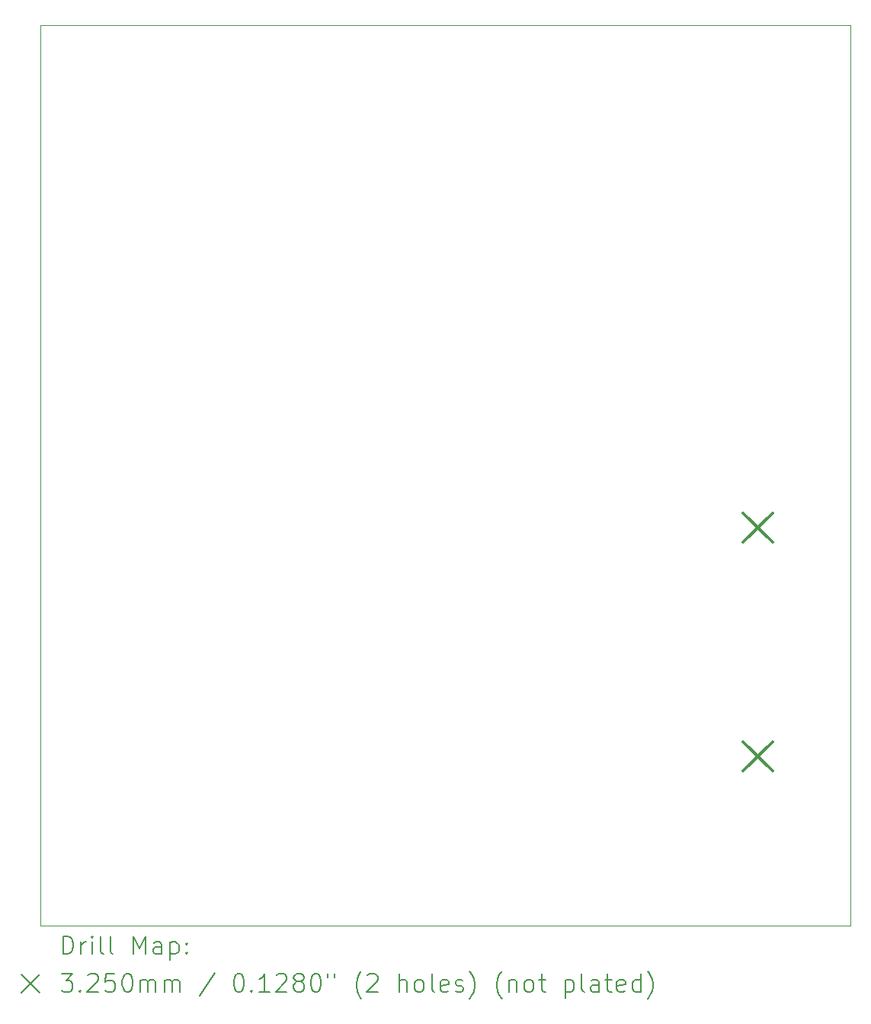
<source format=gbr>
%TF.GenerationSoftware,KiCad,Pcbnew,8.0.5*%
%TF.CreationDate,2024-09-14T01:32:43-04:00*%
%TF.ProjectId,LCC_Booster,4c43435f-426f-46f7-9374-65722e6b6963,4*%
%TF.SameCoordinates,Original*%
%TF.FileFunction,Drillmap*%
%TF.FilePolarity,Positive*%
%FSLAX45Y45*%
G04 Gerber Fmt 4.5, Leading zero omitted, Abs format (unit mm)*
G04 Created by KiCad (PCBNEW 8.0.5) date 2024-09-14 01:32:43*
%MOMM*%
%LPD*%
G01*
G04 APERTURE LIST*
%ADD10C,0.100000*%
%ADD11C,0.200000*%
%ADD12C,0.325000*%
G04 APERTURE END LIST*
D10*
X2000000Y-2000000D02*
X11000000Y-2000000D01*
X11000000Y-12000000D01*
X2000000Y-12000000D01*
X2000000Y-2000000D01*
D11*
D12*
X9812000Y-7417500D02*
X10137000Y-7742500D01*
X10137000Y-7417500D02*
X9812000Y-7742500D01*
X9812000Y-9957500D02*
X10137000Y-10282500D01*
X10137000Y-9957500D02*
X9812000Y-10282500D01*
D11*
X2255777Y-12316484D02*
X2255777Y-12116484D01*
X2255777Y-12116484D02*
X2303396Y-12116484D01*
X2303396Y-12116484D02*
X2331967Y-12126008D01*
X2331967Y-12126008D02*
X2351015Y-12145055D01*
X2351015Y-12145055D02*
X2360539Y-12164103D01*
X2360539Y-12164103D02*
X2370063Y-12202198D01*
X2370063Y-12202198D02*
X2370063Y-12230769D01*
X2370063Y-12230769D02*
X2360539Y-12268865D01*
X2360539Y-12268865D02*
X2351015Y-12287912D01*
X2351015Y-12287912D02*
X2331967Y-12306960D01*
X2331967Y-12306960D02*
X2303396Y-12316484D01*
X2303396Y-12316484D02*
X2255777Y-12316484D01*
X2455777Y-12316484D02*
X2455777Y-12183150D01*
X2455777Y-12221246D02*
X2465301Y-12202198D01*
X2465301Y-12202198D02*
X2474824Y-12192674D01*
X2474824Y-12192674D02*
X2493872Y-12183150D01*
X2493872Y-12183150D02*
X2512920Y-12183150D01*
X2579586Y-12316484D02*
X2579586Y-12183150D01*
X2579586Y-12116484D02*
X2570063Y-12126008D01*
X2570063Y-12126008D02*
X2579586Y-12135531D01*
X2579586Y-12135531D02*
X2589110Y-12126008D01*
X2589110Y-12126008D02*
X2579586Y-12116484D01*
X2579586Y-12116484D02*
X2579586Y-12135531D01*
X2703396Y-12316484D02*
X2684348Y-12306960D01*
X2684348Y-12306960D02*
X2674824Y-12287912D01*
X2674824Y-12287912D02*
X2674824Y-12116484D01*
X2808158Y-12316484D02*
X2789110Y-12306960D01*
X2789110Y-12306960D02*
X2779586Y-12287912D01*
X2779586Y-12287912D02*
X2779586Y-12116484D01*
X3036729Y-12316484D02*
X3036729Y-12116484D01*
X3036729Y-12116484D02*
X3103396Y-12259341D01*
X3103396Y-12259341D02*
X3170062Y-12116484D01*
X3170062Y-12116484D02*
X3170062Y-12316484D01*
X3351015Y-12316484D02*
X3351015Y-12211722D01*
X3351015Y-12211722D02*
X3341491Y-12192674D01*
X3341491Y-12192674D02*
X3322443Y-12183150D01*
X3322443Y-12183150D02*
X3284348Y-12183150D01*
X3284348Y-12183150D02*
X3265301Y-12192674D01*
X3351015Y-12306960D02*
X3331967Y-12316484D01*
X3331967Y-12316484D02*
X3284348Y-12316484D01*
X3284348Y-12316484D02*
X3265301Y-12306960D01*
X3265301Y-12306960D02*
X3255777Y-12287912D01*
X3255777Y-12287912D02*
X3255777Y-12268865D01*
X3255777Y-12268865D02*
X3265301Y-12249817D01*
X3265301Y-12249817D02*
X3284348Y-12240293D01*
X3284348Y-12240293D02*
X3331967Y-12240293D01*
X3331967Y-12240293D02*
X3351015Y-12230769D01*
X3446253Y-12183150D02*
X3446253Y-12383150D01*
X3446253Y-12192674D02*
X3465301Y-12183150D01*
X3465301Y-12183150D02*
X3503396Y-12183150D01*
X3503396Y-12183150D02*
X3522443Y-12192674D01*
X3522443Y-12192674D02*
X3531967Y-12202198D01*
X3531967Y-12202198D02*
X3541491Y-12221246D01*
X3541491Y-12221246D02*
X3541491Y-12278388D01*
X3541491Y-12278388D02*
X3531967Y-12297436D01*
X3531967Y-12297436D02*
X3522443Y-12306960D01*
X3522443Y-12306960D02*
X3503396Y-12316484D01*
X3503396Y-12316484D02*
X3465301Y-12316484D01*
X3465301Y-12316484D02*
X3446253Y-12306960D01*
X3627205Y-12297436D02*
X3636729Y-12306960D01*
X3636729Y-12306960D02*
X3627205Y-12316484D01*
X3627205Y-12316484D02*
X3617682Y-12306960D01*
X3617682Y-12306960D02*
X3627205Y-12297436D01*
X3627205Y-12297436D02*
X3627205Y-12316484D01*
X3627205Y-12192674D02*
X3636729Y-12202198D01*
X3636729Y-12202198D02*
X3627205Y-12211722D01*
X3627205Y-12211722D02*
X3617682Y-12202198D01*
X3617682Y-12202198D02*
X3627205Y-12192674D01*
X3627205Y-12192674D02*
X3627205Y-12211722D01*
X1795000Y-12545000D02*
X1995000Y-12745000D01*
X1995000Y-12545000D02*
X1795000Y-12745000D01*
X2236729Y-12536484D02*
X2360539Y-12536484D01*
X2360539Y-12536484D02*
X2293872Y-12612674D01*
X2293872Y-12612674D02*
X2322444Y-12612674D01*
X2322444Y-12612674D02*
X2341491Y-12622198D01*
X2341491Y-12622198D02*
X2351015Y-12631722D01*
X2351015Y-12631722D02*
X2360539Y-12650769D01*
X2360539Y-12650769D02*
X2360539Y-12698388D01*
X2360539Y-12698388D02*
X2351015Y-12717436D01*
X2351015Y-12717436D02*
X2341491Y-12726960D01*
X2341491Y-12726960D02*
X2322444Y-12736484D01*
X2322444Y-12736484D02*
X2265301Y-12736484D01*
X2265301Y-12736484D02*
X2246253Y-12726960D01*
X2246253Y-12726960D02*
X2236729Y-12717436D01*
X2446253Y-12717436D02*
X2455777Y-12726960D01*
X2455777Y-12726960D02*
X2446253Y-12736484D01*
X2446253Y-12736484D02*
X2436729Y-12726960D01*
X2436729Y-12726960D02*
X2446253Y-12717436D01*
X2446253Y-12717436D02*
X2446253Y-12736484D01*
X2531967Y-12555531D02*
X2541491Y-12546008D01*
X2541491Y-12546008D02*
X2560539Y-12536484D01*
X2560539Y-12536484D02*
X2608158Y-12536484D01*
X2608158Y-12536484D02*
X2627205Y-12546008D01*
X2627205Y-12546008D02*
X2636729Y-12555531D01*
X2636729Y-12555531D02*
X2646253Y-12574579D01*
X2646253Y-12574579D02*
X2646253Y-12593627D01*
X2646253Y-12593627D02*
X2636729Y-12622198D01*
X2636729Y-12622198D02*
X2522444Y-12736484D01*
X2522444Y-12736484D02*
X2646253Y-12736484D01*
X2827205Y-12536484D02*
X2731967Y-12536484D01*
X2731967Y-12536484D02*
X2722444Y-12631722D01*
X2722444Y-12631722D02*
X2731967Y-12622198D01*
X2731967Y-12622198D02*
X2751015Y-12612674D01*
X2751015Y-12612674D02*
X2798634Y-12612674D01*
X2798634Y-12612674D02*
X2817682Y-12622198D01*
X2817682Y-12622198D02*
X2827205Y-12631722D01*
X2827205Y-12631722D02*
X2836729Y-12650769D01*
X2836729Y-12650769D02*
X2836729Y-12698388D01*
X2836729Y-12698388D02*
X2827205Y-12717436D01*
X2827205Y-12717436D02*
X2817682Y-12726960D01*
X2817682Y-12726960D02*
X2798634Y-12736484D01*
X2798634Y-12736484D02*
X2751015Y-12736484D01*
X2751015Y-12736484D02*
X2731967Y-12726960D01*
X2731967Y-12726960D02*
X2722444Y-12717436D01*
X2960539Y-12536484D02*
X2979586Y-12536484D01*
X2979586Y-12536484D02*
X2998634Y-12546008D01*
X2998634Y-12546008D02*
X3008158Y-12555531D01*
X3008158Y-12555531D02*
X3017682Y-12574579D01*
X3017682Y-12574579D02*
X3027205Y-12612674D01*
X3027205Y-12612674D02*
X3027205Y-12660293D01*
X3027205Y-12660293D02*
X3017682Y-12698388D01*
X3017682Y-12698388D02*
X3008158Y-12717436D01*
X3008158Y-12717436D02*
X2998634Y-12726960D01*
X2998634Y-12726960D02*
X2979586Y-12736484D01*
X2979586Y-12736484D02*
X2960539Y-12736484D01*
X2960539Y-12736484D02*
X2941491Y-12726960D01*
X2941491Y-12726960D02*
X2931967Y-12717436D01*
X2931967Y-12717436D02*
X2922443Y-12698388D01*
X2922443Y-12698388D02*
X2912920Y-12660293D01*
X2912920Y-12660293D02*
X2912920Y-12612674D01*
X2912920Y-12612674D02*
X2922443Y-12574579D01*
X2922443Y-12574579D02*
X2931967Y-12555531D01*
X2931967Y-12555531D02*
X2941491Y-12546008D01*
X2941491Y-12546008D02*
X2960539Y-12536484D01*
X3112920Y-12736484D02*
X3112920Y-12603150D01*
X3112920Y-12622198D02*
X3122443Y-12612674D01*
X3122443Y-12612674D02*
X3141491Y-12603150D01*
X3141491Y-12603150D02*
X3170063Y-12603150D01*
X3170063Y-12603150D02*
X3189110Y-12612674D01*
X3189110Y-12612674D02*
X3198634Y-12631722D01*
X3198634Y-12631722D02*
X3198634Y-12736484D01*
X3198634Y-12631722D02*
X3208158Y-12612674D01*
X3208158Y-12612674D02*
X3227205Y-12603150D01*
X3227205Y-12603150D02*
X3255777Y-12603150D01*
X3255777Y-12603150D02*
X3274824Y-12612674D01*
X3274824Y-12612674D02*
X3284348Y-12631722D01*
X3284348Y-12631722D02*
X3284348Y-12736484D01*
X3379586Y-12736484D02*
X3379586Y-12603150D01*
X3379586Y-12622198D02*
X3389110Y-12612674D01*
X3389110Y-12612674D02*
X3408158Y-12603150D01*
X3408158Y-12603150D02*
X3436729Y-12603150D01*
X3436729Y-12603150D02*
X3455777Y-12612674D01*
X3455777Y-12612674D02*
X3465301Y-12631722D01*
X3465301Y-12631722D02*
X3465301Y-12736484D01*
X3465301Y-12631722D02*
X3474824Y-12612674D01*
X3474824Y-12612674D02*
X3493872Y-12603150D01*
X3493872Y-12603150D02*
X3522443Y-12603150D01*
X3522443Y-12603150D02*
X3541491Y-12612674D01*
X3541491Y-12612674D02*
X3551015Y-12631722D01*
X3551015Y-12631722D02*
X3551015Y-12736484D01*
X3941491Y-12526960D02*
X3770063Y-12784103D01*
X4198634Y-12536484D02*
X4217682Y-12536484D01*
X4217682Y-12536484D02*
X4236729Y-12546008D01*
X4236729Y-12546008D02*
X4246253Y-12555531D01*
X4246253Y-12555531D02*
X4255777Y-12574579D01*
X4255777Y-12574579D02*
X4265301Y-12612674D01*
X4265301Y-12612674D02*
X4265301Y-12660293D01*
X4265301Y-12660293D02*
X4255777Y-12698388D01*
X4255777Y-12698388D02*
X4246253Y-12717436D01*
X4246253Y-12717436D02*
X4236729Y-12726960D01*
X4236729Y-12726960D02*
X4217682Y-12736484D01*
X4217682Y-12736484D02*
X4198634Y-12736484D01*
X4198634Y-12736484D02*
X4179586Y-12726960D01*
X4179586Y-12726960D02*
X4170063Y-12717436D01*
X4170063Y-12717436D02*
X4160539Y-12698388D01*
X4160539Y-12698388D02*
X4151015Y-12660293D01*
X4151015Y-12660293D02*
X4151015Y-12612674D01*
X4151015Y-12612674D02*
X4160539Y-12574579D01*
X4160539Y-12574579D02*
X4170063Y-12555531D01*
X4170063Y-12555531D02*
X4179586Y-12546008D01*
X4179586Y-12546008D02*
X4198634Y-12536484D01*
X4351015Y-12717436D02*
X4360539Y-12726960D01*
X4360539Y-12726960D02*
X4351015Y-12736484D01*
X4351015Y-12736484D02*
X4341491Y-12726960D01*
X4341491Y-12726960D02*
X4351015Y-12717436D01*
X4351015Y-12717436D02*
X4351015Y-12736484D01*
X4551015Y-12736484D02*
X4436729Y-12736484D01*
X4493872Y-12736484D02*
X4493872Y-12536484D01*
X4493872Y-12536484D02*
X4474825Y-12565055D01*
X4474825Y-12565055D02*
X4455777Y-12584103D01*
X4455777Y-12584103D02*
X4436729Y-12593627D01*
X4627206Y-12555531D02*
X4636729Y-12546008D01*
X4636729Y-12546008D02*
X4655777Y-12536484D01*
X4655777Y-12536484D02*
X4703396Y-12536484D01*
X4703396Y-12536484D02*
X4722444Y-12546008D01*
X4722444Y-12546008D02*
X4731968Y-12555531D01*
X4731968Y-12555531D02*
X4741491Y-12574579D01*
X4741491Y-12574579D02*
X4741491Y-12593627D01*
X4741491Y-12593627D02*
X4731968Y-12622198D01*
X4731968Y-12622198D02*
X4617682Y-12736484D01*
X4617682Y-12736484D02*
X4741491Y-12736484D01*
X4855777Y-12622198D02*
X4836729Y-12612674D01*
X4836729Y-12612674D02*
X4827206Y-12603150D01*
X4827206Y-12603150D02*
X4817682Y-12584103D01*
X4817682Y-12584103D02*
X4817682Y-12574579D01*
X4817682Y-12574579D02*
X4827206Y-12555531D01*
X4827206Y-12555531D02*
X4836729Y-12546008D01*
X4836729Y-12546008D02*
X4855777Y-12536484D01*
X4855777Y-12536484D02*
X4893872Y-12536484D01*
X4893872Y-12536484D02*
X4912920Y-12546008D01*
X4912920Y-12546008D02*
X4922444Y-12555531D01*
X4922444Y-12555531D02*
X4931968Y-12574579D01*
X4931968Y-12574579D02*
X4931968Y-12584103D01*
X4931968Y-12584103D02*
X4922444Y-12603150D01*
X4922444Y-12603150D02*
X4912920Y-12612674D01*
X4912920Y-12612674D02*
X4893872Y-12622198D01*
X4893872Y-12622198D02*
X4855777Y-12622198D01*
X4855777Y-12622198D02*
X4836729Y-12631722D01*
X4836729Y-12631722D02*
X4827206Y-12641246D01*
X4827206Y-12641246D02*
X4817682Y-12660293D01*
X4817682Y-12660293D02*
X4817682Y-12698388D01*
X4817682Y-12698388D02*
X4827206Y-12717436D01*
X4827206Y-12717436D02*
X4836729Y-12726960D01*
X4836729Y-12726960D02*
X4855777Y-12736484D01*
X4855777Y-12736484D02*
X4893872Y-12736484D01*
X4893872Y-12736484D02*
X4912920Y-12726960D01*
X4912920Y-12726960D02*
X4922444Y-12717436D01*
X4922444Y-12717436D02*
X4931968Y-12698388D01*
X4931968Y-12698388D02*
X4931968Y-12660293D01*
X4931968Y-12660293D02*
X4922444Y-12641246D01*
X4922444Y-12641246D02*
X4912920Y-12631722D01*
X4912920Y-12631722D02*
X4893872Y-12622198D01*
X5055777Y-12536484D02*
X5074825Y-12536484D01*
X5074825Y-12536484D02*
X5093872Y-12546008D01*
X5093872Y-12546008D02*
X5103396Y-12555531D01*
X5103396Y-12555531D02*
X5112920Y-12574579D01*
X5112920Y-12574579D02*
X5122444Y-12612674D01*
X5122444Y-12612674D02*
X5122444Y-12660293D01*
X5122444Y-12660293D02*
X5112920Y-12698388D01*
X5112920Y-12698388D02*
X5103396Y-12717436D01*
X5103396Y-12717436D02*
X5093872Y-12726960D01*
X5093872Y-12726960D02*
X5074825Y-12736484D01*
X5074825Y-12736484D02*
X5055777Y-12736484D01*
X5055777Y-12736484D02*
X5036729Y-12726960D01*
X5036729Y-12726960D02*
X5027206Y-12717436D01*
X5027206Y-12717436D02*
X5017682Y-12698388D01*
X5017682Y-12698388D02*
X5008158Y-12660293D01*
X5008158Y-12660293D02*
X5008158Y-12612674D01*
X5008158Y-12612674D02*
X5017682Y-12574579D01*
X5017682Y-12574579D02*
X5027206Y-12555531D01*
X5027206Y-12555531D02*
X5036729Y-12546008D01*
X5036729Y-12546008D02*
X5055777Y-12536484D01*
X5198634Y-12536484D02*
X5198634Y-12574579D01*
X5274825Y-12536484D02*
X5274825Y-12574579D01*
X5570063Y-12812674D02*
X5560539Y-12803150D01*
X5560539Y-12803150D02*
X5541491Y-12774579D01*
X5541491Y-12774579D02*
X5531968Y-12755531D01*
X5531968Y-12755531D02*
X5522444Y-12726960D01*
X5522444Y-12726960D02*
X5512920Y-12679341D01*
X5512920Y-12679341D02*
X5512920Y-12641246D01*
X5512920Y-12641246D02*
X5522444Y-12593627D01*
X5522444Y-12593627D02*
X5531968Y-12565055D01*
X5531968Y-12565055D02*
X5541491Y-12546008D01*
X5541491Y-12546008D02*
X5560539Y-12517436D01*
X5560539Y-12517436D02*
X5570063Y-12507912D01*
X5636729Y-12555531D02*
X5646253Y-12546008D01*
X5646253Y-12546008D02*
X5665301Y-12536484D01*
X5665301Y-12536484D02*
X5712920Y-12536484D01*
X5712920Y-12536484D02*
X5731968Y-12546008D01*
X5731968Y-12546008D02*
X5741491Y-12555531D01*
X5741491Y-12555531D02*
X5751015Y-12574579D01*
X5751015Y-12574579D02*
X5751015Y-12593627D01*
X5751015Y-12593627D02*
X5741491Y-12622198D01*
X5741491Y-12622198D02*
X5627206Y-12736484D01*
X5627206Y-12736484D02*
X5751015Y-12736484D01*
X5989110Y-12736484D02*
X5989110Y-12536484D01*
X6074825Y-12736484D02*
X6074825Y-12631722D01*
X6074825Y-12631722D02*
X6065301Y-12612674D01*
X6065301Y-12612674D02*
X6046253Y-12603150D01*
X6046253Y-12603150D02*
X6017682Y-12603150D01*
X6017682Y-12603150D02*
X5998634Y-12612674D01*
X5998634Y-12612674D02*
X5989110Y-12622198D01*
X6198634Y-12736484D02*
X6179587Y-12726960D01*
X6179587Y-12726960D02*
X6170063Y-12717436D01*
X6170063Y-12717436D02*
X6160539Y-12698388D01*
X6160539Y-12698388D02*
X6160539Y-12641246D01*
X6160539Y-12641246D02*
X6170063Y-12622198D01*
X6170063Y-12622198D02*
X6179587Y-12612674D01*
X6179587Y-12612674D02*
X6198634Y-12603150D01*
X6198634Y-12603150D02*
X6227206Y-12603150D01*
X6227206Y-12603150D02*
X6246253Y-12612674D01*
X6246253Y-12612674D02*
X6255777Y-12622198D01*
X6255777Y-12622198D02*
X6265301Y-12641246D01*
X6265301Y-12641246D02*
X6265301Y-12698388D01*
X6265301Y-12698388D02*
X6255777Y-12717436D01*
X6255777Y-12717436D02*
X6246253Y-12726960D01*
X6246253Y-12726960D02*
X6227206Y-12736484D01*
X6227206Y-12736484D02*
X6198634Y-12736484D01*
X6379587Y-12736484D02*
X6360539Y-12726960D01*
X6360539Y-12726960D02*
X6351015Y-12707912D01*
X6351015Y-12707912D02*
X6351015Y-12536484D01*
X6531968Y-12726960D02*
X6512920Y-12736484D01*
X6512920Y-12736484D02*
X6474825Y-12736484D01*
X6474825Y-12736484D02*
X6455777Y-12726960D01*
X6455777Y-12726960D02*
X6446253Y-12707912D01*
X6446253Y-12707912D02*
X6446253Y-12631722D01*
X6446253Y-12631722D02*
X6455777Y-12612674D01*
X6455777Y-12612674D02*
X6474825Y-12603150D01*
X6474825Y-12603150D02*
X6512920Y-12603150D01*
X6512920Y-12603150D02*
X6531968Y-12612674D01*
X6531968Y-12612674D02*
X6541491Y-12631722D01*
X6541491Y-12631722D02*
X6541491Y-12650769D01*
X6541491Y-12650769D02*
X6446253Y-12669817D01*
X6617682Y-12726960D02*
X6636730Y-12736484D01*
X6636730Y-12736484D02*
X6674825Y-12736484D01*
X6674825Y-12736484D02*
X6693872Y-12726960D01*
X6693872Y-12726960D02*
X6703396Y-12707912D01*
X6703396Y-12707912D02*
X6703396Y-12698388D01*
X6703396Y-12698388D02*
X6693872Y-12679341D01*
X6693872Y-12679341D02*
X6674825Y-12669817D01*
X6674825Y-12669817D02*
X6646253Y-12669817D01*
X6646253Y-12669817D02*
X6627206Y-12660293D01*
X6627206Y-12660293D02*
X6617682Y-12641246D01*
X6617682Y-12641246D02*
X6617682Y-12631722D01*
X6617682Y-12631722D02*
X6627206Y-12612674D01*
X6627206Y-12612674D02*
X6646253Y-12603150D01*
X6646253Y-12603150D02*
X6674825Y-12603150D01*
X6674825Y-12603150D02*
X6693872Y-12612674D01*
X6770063Y-12812674D02*
X6779587Y-12803150D01*
X6779587Y-12803150D02*
X6798634Y-12774579D01*
X6798634Y-12774579D02*
X6808158Y-12755531D01*
X6808158Y-12755531D02*
X6817682Y-12726960D01*
X6817682Y-12726960D02*
X6827206Y-12679341D01*
X6827206Y-12679341D02*
X6827206Y-12641246D01*
X6827206Y-12641246D02*
X6817682Y-12593627D01*
X6817682Y-12593627D02*
X6808158Y-12565055D01*
X6808158Y-12565055D02*
X6798634Y-12546008D01*
X6798634Y-12546008D02*
X6779587Y-12517436D01*
X6779587Y-12517436D02*
X6770063Y-12507912D01*
X7131968Y-12812674D02*
X7122444Y-12803150D01*
X7122444Y-12803150D02*
X7103396Y-12774579D01*
X7103396Y-12774579D02*
X7093872Y-12755531D01*
X7093872Y-12755531D02*
X7084349Y-12726960D01*
X7084349Y-12726960D02*
X7074825Y-12679341D01*
X7074825Y-12679341D02*
X7074825Y-12641246D01*
X7074825Y-12641246D02*
X7084349Y-12593627D01*
X7084349Y-12593627D02*
X7093872Y-12565055D01*
X7093872Y-12565055D02*
X7103396Y-12546008D01*
X7103396Y-12546008D02*
X7122444Y-12517436D01*
X7122444Y-12517436D02*
X7131968Y-12507912D01*
X7208158Y-12603150D02*
X7208158Y-12736484D01*
X7208158Y-12622198D02*
X7217682Y-12612674D01*
X7217682Y-12612674D02*
X7236730Y-12603150D01*
X7236730Y-12603150D02*
X7265301Y-12603150D01*
X7265301Y-12603150D02*
X7284349Y-12612674D01*
X7284349Y-12612674D02*
X7293872Y-12631722D01*
X7293872Y-12631722D02*
X7293872Y-12736484D01*
X7417682Y-12736484D02*
X7398634Y-12726960D01*
X7398634Y-12726960D02*
X7389111Y-12717436D01*
X7389111Y-12717436D02*
X7379587Y-12698388D01*
X7379587Y-12698388D02*
X7379587Y-12641246D01*
X7379587Y-12641246D02*
X7389111Y-12622198D01*
X7389111Y-12622198D02*
X7398634Y-12612674D01*
X7398634Y-12612674D02*
X7417682Y-12603150D01*
X7417682Y-12603150D02*
X7446253Y-12603150D01*
X7446253Y-12603150D02*
X7465301Y-12612674D01*
X7465301Y-12612674D02*
X7474825Y-12622198D01*
X7474825Y-12622198D02*
X7484349Y-12641246D01*
X7484349Y-12641246D02*
X7484349Y-12698388D01*
X7484349Y-12698388D02*
X7474825Y-12717436D01*
X7474825Y-12717436D02*
X7465301Y-12726960D01*
X7465301Y-12726960D02*
X7446253Y-12736484D01*
X7446253Y-12736484D02*
X7417682Y-12736484D01*
X7541492Y-12603150D02*
X7617682Y-12603150D01*
X7570063Y-12536484D02*
X7570063Y-12707912D01*
X7570063Y-12707912D02*
X7579587Y-12726960D01*
X7579587Y-12726960D02*
X7598634Y-12736484D01*
X7598634Y-12736484D02*
X7617682Y-12736484D01*
X7836730Y-12603150D02*
X7836730Y-12803150D01*
X7836730Y-12612674D02*
X7855777Y-12603150D01*
X7855777Y-12603150D02*
X7893873Y-12603150D01*
X7893873Y-12603150D02*
X7912920Y-12612674D01*
X7912920Y-12612674D02*
X7922444Y-12622198D01*
X7922444Y-12622198D02*
X7931968Y-12641246D01*
X7931968Y-12641246D02*
X7931968Y-12698388D01*
X7931968Y-12698388D02*
X7922444Y-12717436D01*
X7922444Y-12717436D02*
X7912920Y-12726960D01*
X7912920Y-12726960D02*
X7893873Y-12736484D01*
X7893873Y-12736484D02*
X7855777Y-12736484D01*
X7855777Y-12736484D02*
X7836730Y-12726960D01*
X8046253Y-12736484D02*
X8027206Y-12726960D01*
X8027206Y-12726960D02*
X8017682Y-12707912D01*
X8017682Y-12707912D02*
X8017682Y-12536484D01*
X8208158Y-12736484D02*
X8208158Y-12631722D01*
X8208158Y-12631722D02*
X8198634Y-12612674D01*
X8198634Y-12612674D02*
X8179587Y-12603150D01*
X8179587Y-12603150D02*
X8141492Y-12603150D01*
X8141492Y-12603150D02*
X8122444Y-12612674D01*
X8208158Y-12726960D02*
X8189111Y-12736484D01*
X8189111Y-12736484D02*
X8141492Y-12736484D01*
X8141492Y-12736484D02*
X8122444Y-12726960D01*
X8122444Y-12726960D02*
X8112920Y-12707912D01*
X8112920Y-12707912D02*
X8112920Y-12688865D01*
X8112920Y-12688865D02*
X8122444Y-12669817D01*
X8122444Y-12669817D02*
X8141492Y-12660293D01*
X8141492Y-12660293D02*
X8189111Y-12660293D01*
X8189111Y-12660293D02*
X8208158Y-12650769D01*
X8274825Y-12603150D02*
X8351015Y-12603150D01*
X8303396Y-12536484D02*
X8303396Y-12707912D01*
X8303396Y-12707912D02*
X8312920Y-12726960D01*
X8312920Y-12726960D02*
X8331968Y-12736484D01*
X8331968Y-12736484D02*
X8351015Y-12736484D01*
X8493873Y-12726960D02*
X8474825Y-12736484D01*
X8474825Y-12736484D02*
X8436730Y-12736484D01*
X8436730Y-12736484D02*
X8417682Y-12726960D01*
X8417682Y-12726960D02*
X8408158Y-12707912D01*
X8408158Y-12707912D02*
X8408158Y-12631722D01*
X8408158Y-12631722D02*
X8417682Y-12612674D01*
X8417682Y-12612674D02*
X8436730Y-12603150D01*
X8436730Y-12603150D02*
X8474825Y-12603150D01*
X8474825Y-12603150D02*
X8493873Y-12612674D01*
X8493873Y-12612674D02*
X8503396Y-12631722D01*
X8503396Y-12631722D02*
X8503396Y-12650769D01*
X8503396Y-12650769D02*
X8408158Y-12669817D01*
X8674825Y-12736484D02*
X8674825Y-12536484D01*
X8674825Y-12726960D02*
X8655777Y-12736484D01*
X8655777Y-12736484D02*
X8617682Y-12736484D01*
X8617682Y-12736484D02*
X8598635Y-12726960D01*
X8598635Y-12726960D02*
X8589111Y-12717436D01*
X8589111Y-12717436D02*
X8579587Y-12698388D01*
X8579587Y-12698388D02*
X8579587Y-12641246D01*
X8579587Y-12641246D02*
X8589111Y-12622198D01*
X8589111Y-12622198D02*
X8598635Y-12612674D01*
X8598635Y-12612674D02*
X8617682Y-12603150D01*
X8617682Y-12603150D02*
X8655777Y-12603150D01*
X8655777Y-12603150D02*
X8674825Y-12612674D01*
X8751016Y-12812674D02*
X8760539Y-12803150D01*
X8760539Y-12803150D02*
X8779587Y-12774579D01*
X8779587Y-12774579D02*
X8789111Y-12755531D01*
X8789111Y-12755531D02*
X8798635Y-12726960D01*
X8798635Y-12726960D02*
X8808158Y-12679341D01*
X8808158Y-12679341D02*
X8808158Y-12641246D01*
X8808158Y-12641246D02*
X8798635Y-12593627D01*
X8798635Y-12593627D02*
X8789111Y-12565055D01*
X8789111Y-12565055D02*
X8779587Y-12546008D01*
X8779587Y-12546008D02*
X8760539Y-12517436D01*
X8760539Y-12517436D02*
X8751016Y-12507912D01*
M02*

</source>
